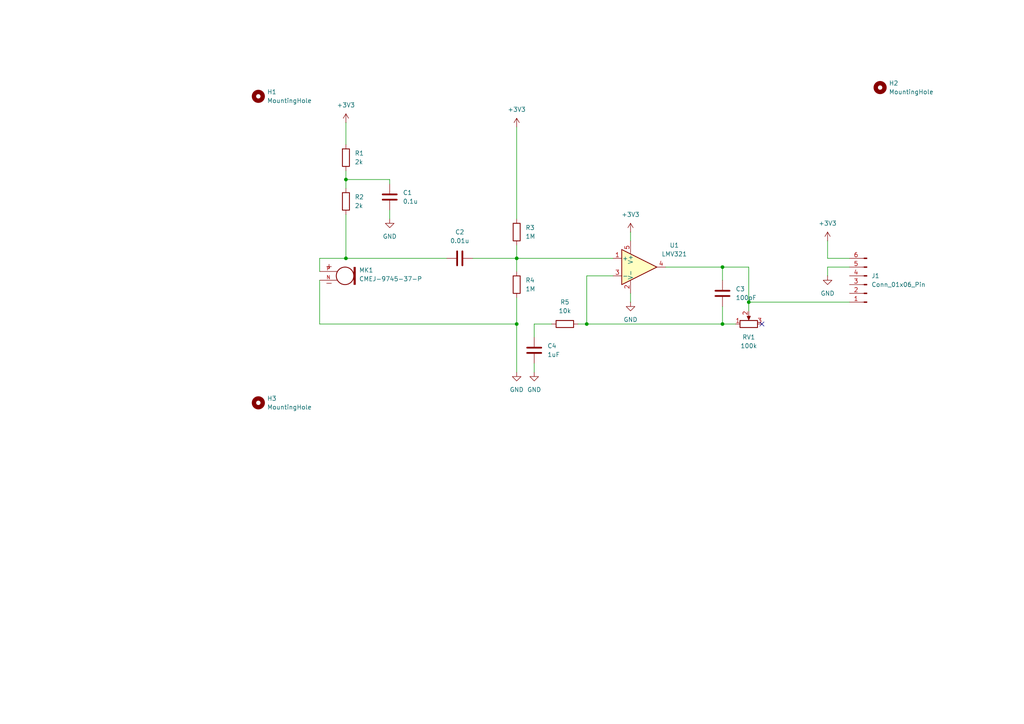
<source format=kicad_sch>
(kicad_sch (version 20231120) (generator "eeschema") (generator_version "8.0")
  (paper "A4")
  (lib_symbols
    (symbol "Amplifier_Operational:LMV321" (pin_names (offset 0.127))
      (property "Reference" "U" (at 0 5.08 0))
      (property "Value" "LMV321" (at 0 -5.08 0))
      (symbol "LMV321_0_1"
        (polyline (pts (xy -5.08 5.08) (xy 5.08 0) (xy -5.08 -5.08) (xy -5.08 5.08)) (stroke (width 0.254)) (fill (type background)))
        (pin power_in line (at -2.54 -7.62 90) (length 3.81) (name "V-") (number "2"))
        (pin power_in line (at -2.54 7.62 270) (length 3.81) (name "V+") (number "5"))
      )
      (symbol "LMV321_1_1"
        (pin input line (at -7.62 2.54 0) (length 2.54) (name "+") (number "1"))
        (pin input line (at -7.62 -2.54 0) (length 2.54) (name "-") (number "3"))
        (pin output line (at 7.62 0 180) (length 2.54) (name "~") (number "4"))
      )
    )
    (symbol "CMEJ-9745-37-P:CMEJ-9745-37-P" (pin_names (offset 1.016))
      (property "Reference" "MK" (at -7.62 2.54 0))
      (property "Value" "CMEJ-9745-37-P" (at -7.62 -7.62 0))
      (symbol "CMEJ-9745-37-P_0_0"
        (circle (center 2.286 -1.27) (radius 2.54) (stroke (width 0.254)))
        (rectangle (start 4.826 -3.81) (end 5.334 1.27) (stroke (width 0.1)) (fill (type outline)))
        (text "+" (at -3.556 0.508 0) (effects (font (size 1.778 1.778)) (justify left bottom)))
        (text "-" (at -3.556 -4.318 0) (effects (font (size 1.778 1.778)) (justify left bottom)))
        (pin passive line (at -5.08 -2.54 0) (length 5.08) (name "~") (number "N"))
        (pin passive line (at -5.08 0 0) (length 5.08) (name "~") (number "P"))
      )
    )
    (symbol "Connector:Conn_01x06_Pin" (pin_names (offset 1.016) hide)
      (property "Reference" "J" (at 0 7.62 0))
      (property "Value" "Conn_01x06_Pin" (at 0 -10.16 0))
      (symbol "Conn_01x06_Pin_1_1"
        (polyline (pts (xy 1.27 -7.62) (xy 0.8636 -7.62)) (stroke (width 0.1524)))
        (polyline (pts (xy 1.27 -5.08) (xy 0.8636 -5.08)) (stroke (width 0.1524)))
        (polyline (pts (xy 1.27 -2.54) (xy 0.8636 -2.54)) (stroke (width 0.1524)))
        (polyline (pts (xy 1.27 0) (xy 0.8636 0)) (stroke (width 0.1524)))
        (polyline (pts (xy 1.27 2.54) (xy 0.8636 2.54)) (stroke (width 0.1524)))
        (polyline (pts (xy 1.27 5.08) (xy 0.8636 5.08)) (stroke (width 0.1524)))
        (rectangle (start 0.8636 -7.493) (end 0 -7.747) (stroke (width 0.1524)) (fill (type outline)))
        (rectangle (start 0.8636 -4.953) (end 0 -5.207) (stroke (width 0.1524)) (fill (type outline)))
        (rectangle (start 0.8636 -2.413) (end 0 -2.667) (stroke (width 0.1524)) (fill (type outline)))
        (rectangle (start 0.8636 0.127) (end 0 -0.127) (stroke (width 0.1524)) (fill (type outline)))
        (rectangle (start 0.8636 2.667) (end 0 2.413) (stroke (width 0.1524)) (fill (type outline)))
        (rectangle (start 0.8636 5.207) (end 0 4.953) (stroke (width 0.1524)) (fill (type outline)))
        (pin passive line (at 5.08 5.08 180) (length 3.81) (name "Pin_1") (number "1"))
        (pin passive line (at 5.08 2.54 180) (length 3.81) (name "Pin_2") (number "2"))
        (pin passive line (at 5.08 0 180) (length 3.81) (name "Pin_3") (number "3"))
        (pin passive line (at 5.08 -2.54 180) (length 3.81) (name "Pin_4") (number "4"))
        (pin passive line (at 5.08 -5.08 180) (length 3.81) (name "Pin_5") (number "5"))
        (pin passive line (at 5.08 -7.62 180) (length 3.81) (name "Pin_6") (number "6"))
      )
    )
    (symbol "Device:C" (pin_numbers hide) (pin_names (offset 0.254))
      (property "Reference" "C" (at 0.635 2.54 0))
      (property "Value" "C" (at 0.635 -2.54 0))
      (symbol "C_0_1"
        (polyline (pts (xy -2.032 -0.762) (xy 2.032 -0.762)) (stroke (width 0.508)))
        (polyline (pts (xy -2.032 0.762) (xy 2.032 0.762)) (stroke (width 0.508)))
      )
      (symbol "C_1_1"
        (pin passive line (at 0 3.81 270) (length 2.794) (name "~") (number "1"))
        (pin passive line (at 0 -3.81 90) (length 2.794) (name "~") (number "2"))
      )
    )
    (symbol "Device:R" (pin_numbers hide) (pin_names (offset 0))
      (property "Reference" "R" (at 2.032 0 90))
      (property "Value" "R" (at 0 0 90))
      (symbol "R_0_1"
        (rectangle (start -1.016 -2.54) (end 1.016 2.54) (stroke (width 0.254)))
      )
      (symbol "R_1_1"
        (pin passive line (at 0 3.81 270) (length 1.27) (name "~") (number "1"))
        (pin passive line (at 0 -3.81 90) (length 1.27) (name "~") (number "2"))
      )
    )
    (symbol "Device:R_Potentiometer" (pin_names (offset 1.016) hide)
      (property "Reference" "RV" (at -4.445 0 90))
      (property "Value" "R_Potentiometer" (at -2.54 0 90))
      (symbol "R_Potentiometer_0_1"
        (polyline (pts (xy 2.54 0) (xy 1.524 0)))
        (polyline (pts (xy 1.143 0) (xy 2.286 0.508) (xy 2.286 -0.508) (xy 1.143 0)) (fill (type outline)))
        (rectangle (start 1.016 2.54) (end -1.016 -2.54) (stroke (width 0.254)))
      )
      (symbol "R_Potentiometer_1_1"
        (pin passive line (at 0 3.81 270) (length 1.27) (name "1") (number "1"))
        (pin passive line (at 3.81 0 180) (length 1.27) (name "2") (number "2"))
        (pin passive line (at 0 -3.81 90) (length 1.27) (name "3") (number "3"))
      )
    )
    (symbol "Mechanical:MountingHole" (pin_names (offset 1.016)) (exclude_from_sim yes) (in_bom no)
      (property "Reference" "H" (at 0 5.08 0))
      (property "Value" "MountingHole" (at 0 3.175 0))
      (symbol "MountingHole_0_1"
        (circle (center 0 0) (radius 1.27) (stroke (width 1.27)))
      )
    )
    (symbol "power:+3V3" (power) (pin_numbers hide) (pin_names (offset 0) hide)
      (property "Value" "+3V3" (at 0 3.556 0))
      (symbol "+3V3_0_1"
        (polyline (pts (xy -0.762 1.27) (xy 0 2.54)))
        (polyline (pts (xy 0 0) (xy 0 2.54)))
        (polyline (pts (xy 0 2.54) (xy 0.762 1.27)))
      )
      (symbol "+3V3_1_1"
        (pin power_in line (at 0 0 90) (length 0) (name "~") (number "1"))
      )
    )
    (symbol "power:GND" (power) (pin_numbers hide) (pin_names (offset 0) hide)
      (property "Value" "GND" (at 0 -3.81 0))
      (symbol "GND_0_1"
        (polyline (pts (xy 0 0) (xy 0 -1.27) (xy 1.27 -1.27) (xy 0 -2.54) (xy -1.27 -1.27) (xy 0 -1.27)))
      )
      (symbol "GND_1_1"
        (pin power_in line (at 0 0 270) (length 0) (name "~") (number "1"))
      )
    )
  )
  (junction (at 100.33 52.07))
  (junction (at 100.33 74.93))
  (junction (at 149.86 74.93))
  (junction (at 170.18 93.98))
  (junction (at 217.17 87.63))
  (junction (at 149.86 93.98))
  (junction (at 209.55 93.98))
  (junction (at 209.55 77.47))
  (no_connect (at 220.98 93.98))
  (wire (pts (xy 182.88 67.31) (xy 182.88 69.85)))
  (wire (pts (xy 149.86 36.83) (xy 149.86 63.5)))
  (wire (pts (xy 160.02 93.98) (xy 154.94 93.98)))
  (wire (pts (xy 92.71 74.93) (xy 100.33 74.93)))
  (wire (pts (xy 149.86 71.12) (xy 149.86 74.93)))
  (wire (pts (xy 100.33 74.93) (xy 129.54 74.93)))
  (wire (pts (xy 149.86 74.93) (xy 149.86 78.74)))
  (wire (pts (xy 209.55 77.47) (xy 217.17 77.47)))
  (wire (pts (xy 154.94 93.98) (xy 154.94 97.79)))
  (wire (pts (xy 170.18 93.98) (xy 167.64 93.98)))
  (wire (pts (xy 170.18 93.98) (xy 209.55 93.98)))
  (wire (pts (xy 113.03 53.34) (xy 113.03 52.07)))
  (wire (pts (xy 149.86 74.93) (xy 177.8 74.93)))
  (wire (pts (xy 149.86 93.98) (xy 149.86 107.95)))
  (wire (pts (xy 217.17 77.47) (xy 217.17 87.63)))
  (wire (pts (xy 170.18 80.01) (xy 177.8 80.01)))
  (wire (pts (xy 193.04 77.47) (xy 209.55 77.47)))
  (wire (pts (xy 240.03 74.93) (xy 246.38 74.93)))
  (wire (pts (xy 92.71 74.93) (xy 92.71 78.74)))
  (wire (pts (xy 170.18 80.01) (xy 170.18 93.98)))
  (wire (pts (xy 137.16 74.93) (xy 149.86 74.93)))
  (wire (pts (xy 209.55 93.98) (xy 213.36 93.98)))
  (wire (pts (xy 92.71 81.28) (xy 92.71 93.98)))
  (wire (pts (xy 217.17 87.63) (xy 217.17 90.17)))
  (wire (pts (xy 209.55 88.9) (xy 209.55 93.98)))
  (wire (pts (xy 182.88 85.09) (xy 182.88 87.63)))
  (wire (pts (xy 113.03 52.07) (xy 100.33 52.07)))
  (wire (pts (xy 100.33 35.56) (xy 100.33 41.91)))
  (wire (pts (xy 240.03 77.47) (xy 246.38 77.47)))
  (wire (pts (xy 100.33 62.23) (xy 100.33 74.93)))
  (wire (pts (xy 100.33 52.07) (xy 100.33 54.61)))
  (wire (pts (xy 240.03 69.85) (xy 240.03 74.93)))
  (wire (pts (xy 154.94 105.41) (xy 154.94 107.95)))
  (wire (pts (xy 209.55 77.47) (xy 209.55 81.28)))
  (wire (pts (xy 240.03 80.01) (xy 240.03 77.47)))
  (wire (pts (xy 149.86 86.36) (xy 149.86 93.98)))
  (wire (pts (xy 92.71 93.98) (xy 149.86 93.98)))
  (wire (pts (xy 113.03 60.96) (xy 113.03 63.5)))
  (wire (pts (xy 217.17 87.63) (xy 246.38 87.63)))
  (wire (pts (xy 100.33 49.53) (xy 100.33 52.07)))
  (symbol (lib_id "power:+3V3") (at 149.86 36.83 0) (unit 1)
    (property "Reference" "#PWR5" (effects (hide yes)))
    (property "Value" "+3V3" (at 149.86 31.75 0))
    (property "Description" "Power symbol creates a global label with name \"+3V3\"" (effects (hide yes)))
  )
  (symbol (lib_id "CMEJ-9745-37-P:CMEJ-9745-37-P") (at 97.79 78.74 0) (unit 1)
    (property "Reference" "MK1" (at 104.14 78.3602 0) (effects (justify left)))
    (property "Value" "CMEJ-9745-37-P" (at 104.14 80.9002 0) (effects (justify left)))
    (property "Footprint" "CMEJ-9745-37-P:MIC_CMEJ-9745-37-P" (effects (hide yes)))
    (property "PARTREV" "1.0" (effects (hide yes)))
    (property "MANUFACTURER" "CUI Inc." (effects (hide yes)))
    (property "MAXIMUM_PACKAGE_HEIGHT" "4.98mm" (effects (hide yes)))
    (property "STANDARD" "Manufacturer Recommendations" (effects (hide yes)))
  )
  (symbol (lib_id "Device:C") (at 113.03 57.15 0) (unit 1)
    (property "Reference" "C1" (at 116.84 55.8799 0) (effects (justify left)))
    (property "Value" "0.1u" (at 116.84 58.4199 0) (effects (justify left)))
    (property "Footprint" "Capacitor_THT:C_Disc_D4.3mm_W1.9mm_P5.00mm" (effects (hide yes)))
    (property "Description" "Unpolarized capacitor" (effects (hide yes)))
  )
  (symbol (lib_id "power:+3V3") (at 182.88 67.31 0) (unit 1)
    (property "Reference" "#PWR6" (effects (hide yes)))
    (property "Value" "+3V3" (at 182.88 62.23 0))
    (property "Description" "Power symbol creates a global label with name \"+3V3\"" (effects (hide yes)))
  )
  (symbol (lib_id "Device:R_Potentiometer") (at 217.17 93.98 90) (unit 1)
    (property "Reference" "RV1" (at 217.17 97.79 90))
    (property "Value" "100k" (at 217.17 100.33 90))
    (property "Footprint" "Potentiometer_THT:Potentiometer_Runtron_RM-065_Vertical" (effects (hide yes)))
    (property "Description" "Potentiometer" (effects (hide yes)))
  )
  (symbol (lib_id "power:GND") (at 149.86 107.95 0) (unit 1)
    (property "Reference" "#PWR2" (effects (hide yes)))
    (property "Value" "GND" (at 149.86 113.03 0))
    (property "Description" "Power symbol creates a global label with name \"GND\" , ground" (effects (hide yes)))
  )
  (symbol (lib_id "Device:C") (at 133.35 74.93 90) (unit 1)
    (property "Reference" "C2" (at 133.35 67.31 90))
    (property "Value" "0.01u" (at 133.35 69.85 90))
    (property "Footprint" "Capacitor_THT:C_Disc_D4.3mm_W1.9mm_P5.00mm" (effects (hide yes)))
    (property "Description" "Unpolarized capacitor" (effects (hide yes)))
  )
  (symbol (lib_id "power:+3V3") (at 100.33 35.56 0) (unit 1)
    (property "Reference" "#PWR4" (effects (hide yes)))
    (property "Value" "+3V3" (at 100.33 30.48 0))
    (property "Description" "Power symbol creates a global label with name \"+3V3\"" (effects (hide yes)))
  )
  (symbol (lib_id "Connector:Conn_01x06_Pin") (at 251.46 82.55 180) (unit 1)
    (property "Reference" "J1" (at 252.73 80.0099 0) (effects (justify right)))
    (property "Value" "Conn_01x06_Pin" (at 252.73 82.5499 0) (effects (justify right)))
    (property "Footprint" "Connector_PinHeader_2.54mm:PinHeader_1x06_P2.54mm_Horizontal" (effects (hide yes)))
    (property "Description" "Generic connector, single row, 01x06, script generated" (effects (hide yes)))
  )
  (symbol (lib_id "Device:R") (at 149.86 82.55 0) (unit 1)
    (property "Reference" "R4" (at 152.4 81.2799 0) (effects (justify left)))
    (property "Value" "1M" (at 152.4 83.8199 0) (effects (justify left)))
    (property "Footprint" "Resistor_THT:R_Axial_DIN0207_L6.3mm_D2.5mm_P10.16mm_Horizontal" (effects (hide yes)))
    (property "Description" "Resistor" (effects (hide yes)))
  )
  (symbol (lib_id "power:GND") (at 154.94 107.95 0) (unit 1)
    (property "Reference" "#PWR3" (effects (hide yes)))
    (property "Value" "GND" (at 154.94 113.03 0))
    (property "Description" "Power symbol creates a global label with name \"GND\" , ground" (effects (hide yes)))
  )
  (symbol (lib_id "power:+3V3") (at 240.03 69.85 0) (unit 1)
    (property "Reference" "#PWR9" (effects (hide yes)))
    (property "Value" "+3V3" (at 240.03 64.77 0))
    (property "Description" "Power symbol creates a global label with name \"+3V3\"" (effects (hide yes)))
  )
  (symbol (lib_id "Mechanical:MountingHole") (at 255.27 25.4 0) (unit 1) (exclude_from_sim yes) (in_bom no)
    (property "Reference" "H2" (at 257.81 24.1299 0) (effects (justify left)))
    (property "Value" "MountingHole" (at 257.81 26.6699 0) (effects (justify left)))
    (property "Footprint" "MountingHole:MountingHole_3.2mm_M3" (effects (hide yes)))
    (property "Description" "Mounting Hole without connection" (effects (hide yes)))
  )
  (symbol (lib_id "power:GND") (at 182.88 87.63 0) (unit 1)
    (property "Reference" "#PWR7" (effects (hide yes)))
    (property "Value" "GND" (at 182.88 92.71 0))
    (property "Description" "Power symbol creates a global label with name \"GND\" , ground" (effects (hide yes)))
  )
  (symbol (lib_id "power:GND") (at 240.03 80.01 0) (unit 1)
    (property "Reference" "#PWR8" (effects (hide yes)))
    (property "Value" "GND" (at 240.03 85.09 0))
    (property "Description" "Power symbol creates a global label with name \"GND\" , ground" (effects (hide yes)))
  )
  (symbol (lib_id "Device:R") (at 163.83 93.98 90) (unit 1)
    (property "Reference" "R5" (at 163.83 87.63 90))
    (property "Value" "10k" (at 163.83 90.17 90))
    (property "Footprint" "Resistor_THT:R_Axial_DIN0207_L6.3mm_D2.5mm_P10.16mm_Horizontal" (effects (hide yes)))
    (property "Description" "Resistor" (effects (hide yes)))
  )
  (symbol (lib_id "Device:R") (at 100.33 58.42 0) (unit 1)
    (property "Reference" "R2" (at 102.87 57.1499 0) (effects (justify left)))
    (property "Value" "2k" (at 102.87 59.6899 0) (effects (justify left)))
    (property "Footprint" "Resistor_THT:R_Axial_DIN0207_L6.3mm_D2.5mm_P10.16mm_Horizontal" (effects (hide yes)))
    (property "Description" "Resistor" (effects (hide yes)))
  )
  (symbol (lib_id "Mechanical:MountingHole") (at 74.93 116.84 0) (unit 1) (exclude_from_sim yes) (in_bom no)
    (property "Reference" "H3" (at 77.47 115.5699 0) (effects (justify left)))
    (property "Value" "MountingHole" (at 77.47 118.1099 0) (effects (justify left)))
    (property "Footprint" "MountingHole:MountingHole_3.2mm_M3" (effects (hide yes)))
    (property "Description" "Mounting Hole without connection" (effects (hide yes)))
  )
  (symbol (lib_id "Amplifier_Operational:LMV321") (at 185.42 77.47 0) (unit 1)
    (property "Reference" "U1" (at 195.58 71.1514 0))
    (property "Value" "LMV321" (at 195.58 73.6914 0))
    (property "Footprint" "Package_TO_SOT_SMD:SOT-23-5" (effects (hide yes)))
    (property "Datasheet" "http://www.ti.com/lit/ds/symlink/lmv324.pdf" (effects (hide yes)))
    (property "Description" "Low-Voltage Rail-to-Rail Output Operational Amplifiers, SOT-23-5/SC-70-5" (effects (hide yes)))
  )
  (symbol (lib_id "Device:C") (at 209.55 85.09 0) (unit 1)
    (property "Reference" "C3" (at 213.36 83.8199 0) (effects (justify left)))
    (property "Value" "100pF" (at 213.36 86.3599 0) (effects (justify left)))
    (property "Footprint" "Capacitor_THT:C_Disc_D4.3mm_W1.9mm_P5.00mm" (effects (hide yes)))
    (property "Description" "Unpolarized capacitor" (effects (hide yes)))
  )
  (symbol (lib_id "Device:R") (at 100.33 45.72 180) (unit 1)
    (property "Reference" "R1" (at 102.87 44.4499 0) (effects (justify right)))
    (property "Value" "2k" (at 102.87 46.9899 0) (effects (justify right)))
    (property "Footprint" "Resistor_THT:R_Axial_DIN0207_L6.3mm_D2.5mm_P10.16mm_Horizontal" (effects (hide yes)))
    (property "Description" "Resistor" (effects (hide yes)))
  )
  (symbol (lib_id "Device:C") (at 154.94 101.6 0) (unit 1)
    (property "Reference" "C4" (at 158.75 100.3299 0) (effects (justify left)))
    (property "Value" "1uF" (at 158.75 102.8699 0) (effects (justify left)))
    (property "Footprint" "Capacitor_THT:C_Disc_D4.3mm_W1.9mm_P5.00mm" (effects (hide yes)))
    (property "Description" "Unpolarized capacitor" (effects (hide yes)))
  )
  (symbol (lib_id "power:GND") (at 113.03 63.5 0) (unit 1)
    (property "Reference" "#PWR1" (effects (hide yes)))
    (property "Value" "GND" (at 113.03 68.58 0))
    (property "Description" "Power symbol creates a global label with name \"GND\" , ground" (effects (hide yes)))
  )
  (symbol (lib_id "Device:R") (at 149.86 67.31 0) (unit 1)
    (property "Reference" "R3" (at 152.4 66.0399 0) (effects (justify left)))
    (property "Value" "1M" (at 152.4 68.5799 0) (effects (justify left)))
    (property "Footprint" "Resistor_THT:R_Axial_DIN0207_L6.3mm_D2.5mm_P10.16mm_Horizontal" (effects (hide yes)))
    (property "Description" "Resistor" (effects (hide yes)))
  )
  (symbol (lib_id "Mechanical:MountingHole") (at 74.93 27.94 0) (unit 1) (exclude_from_sim yes) (in_bom no)
    (property "Reference" "H1" (at 77.47 26.6699 0) (effects (justify left)))
    (property "Value" "MountingHole" (at 77.47 29.2099 0) (effects (justify left)))
    (property "Footprint" "MountingHole:MountingHole_3.2mm_M3" (effects (hide yes)))
    (property "Description" "Mounting Hole without connection" (effects (hide yes)))
  )
)
</source>
